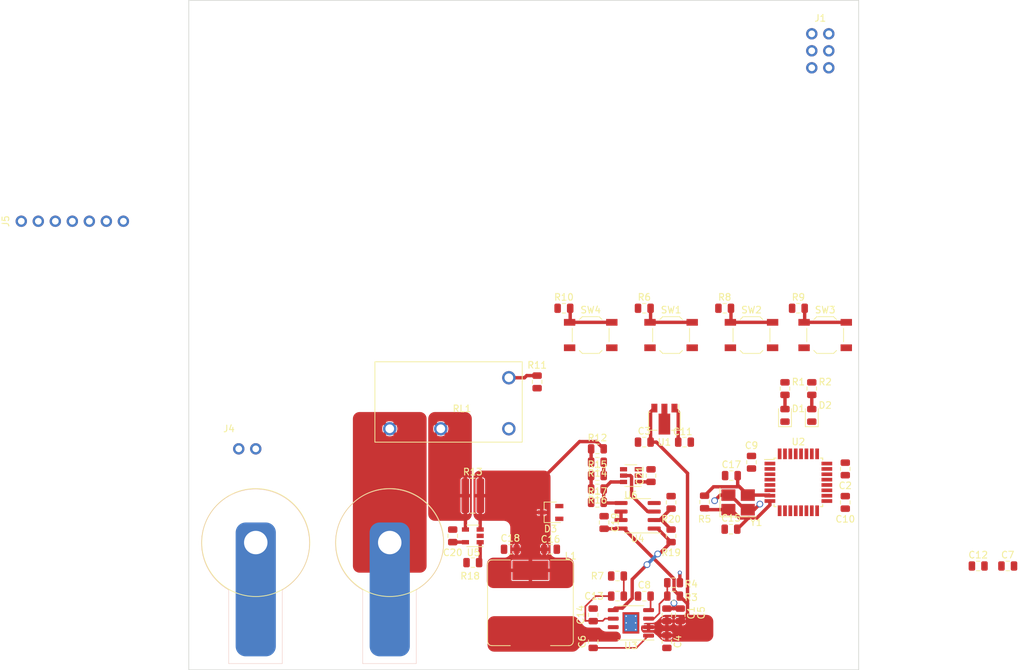
<source format=kicad_pcb>
(kicad_pcb (version 20200724) (host pcbnew "(5.99.0-2441-g41b7c7c43)")
  (layers (0 "F.Cu" signal) (31 "B.Cu" signal) (34 "B.Paste" user) (35 "F.Paste" user) (36 "B.SilkS" user) (37 "F.SilkS" user) (38 "B.Mask" user) (39 "F.Mask" user) (44 "Edge.Cuts" user))
  (net 0 "")
  (net 1 "+VSW")
  (net 2 "GND")
  (net 3 "Net-(C2-Pad2)")
  (net 4 "Net-(C6-Pad2)")
  (net 5 "Net-(C6-Pad1)")
  (net 6 "+5V")
  (net 7 "Net-(C8-Pad2)")
  (net 8 "Net-(C13-Pad2)")
  (net 9 "Net-(C13-Pad1)")
  (net 10 "Net-(C15-Pad2)")
  (net 11 "Net-(C16-Pad2)")
  (net 12 "Net-(C17-Pad2)")
  (net 13 "Net-(D1-Pad2)")
  (net 14 "Net-(D1-Pad1)")
  (net 15 "Net-(D2-Pad2)")
  (net 16 "Net-(D2-Pad1)")
  (net 17 "/RST")
  (net 18 "/MOSI")
  (net 19 "/SCK")
  (net 20 "/MISO")
  (net 21 "VDC")
  (net 22 "Net-(R3-Pad1)")
  (net 23 "Net-(R6-Pad2)")
  (net 24 "Net-(R8-Pad2)")
  (net 25 "Net-(R9-Pad2)")
  (net 26 "Net-(R10-Pad2)")
  (net 27 "/~RLY_CNTRL")
  (net 28 "Net-(R12-Pad1)")
  (net 29 "Net-(R13-Pad1)")
  (net 30 "Net-(R14-Pad1)")
  (net 31 "Net-(R15-Pad1)")
  (net 32 "Net-(R16-Pad1)")
  (net 33 "/I_SENSE")
  (net 34 "Net-(R19-Pad2)")
  (net 35 "/V_FB")
  (net 36 "/~POT_CS")
  (net 37 "/POT_U~D")
  (net 38 "/SCL0")
  (net 39 "/SDA0")
  (net 40 "Net-(U2-Pad26)")
  (net 41 "Net-(U2-Pad25)")
  (net 42 "/V_SENSE")
  (net 43 "/~SS")
  (net 44 "Net-(U2-Pad13)")
  (net 45 "Net-(U2-Pad12)")
  (net 46 "Net-(U2-Pad11)")
  (net 47 "/SCL1")
  (net 48 "/SDA1")
  (net 49 "Net-(U4-Pad3)")
  (net 50 "/D_CS")
  (net 51 "/D_DAT")
  (net 52 "/D_RST")
  (module "relay_ALQ305:ALQ305" (layer "F.Cu") (at 59.78 76 180)
    (fp_text reference "RL1" (at 7 3 unlocked) (layer "F.SilkS"))
    (fp_text value "ALQ305")
    (pad "1" thru_hole circle (at 0 0 180) (size 2 2) (drill 1.3) (layers *.Cu *.Mask) (net 6 "+5V"))
    (pad "2" thru_hole circle (at 0 7.62 180) (size 2 2) (drill 1.3) (layers *.Cu *.Mask) (net 27 "/~RLY_CNTRL"))
    (pad "3" thru_hole circle (at 10.16 0 180) (size 2 2) (drill 1.3) (layers *.Cu *.Mask) (net 29 "Net-(R13-Pad1)"))
    (pad "4" thru_hole circle (at 17.78 0 180) (size 2 2) (drill 1.3) (layers *.Cu *.Mask) (net 21 "VDC"))
  )
  (module "Capacitor_SMD:C_0805_2012Metric" (layer "F.Cu") (at 134.25 96.5)
    (fp_text reference "C7" (at 0 -1.65) (layer "F.SilkS"))
    (fp_text value "100nF")
    (pad "1" smd roundrect (at -0.9375 0) (size 0.975 1.4) (layers "F.Cu" "F.Paste" "F.Mask") (net 2 "GND"))
    (pad "2" smd roundrect (at 0.9375 0) (size 0.975 1.4) (layers "F.Cu" "F.Paste" "F.Mask") (net 6 "+5V"))
  )
  (module "Custom_Vertical_1x_2.54mm_Pin_Header:PinHeader_1x02_P2.54mm_Vertical" (layer "F.Cu") (at 22 79 -90)
    (fp_text reference "J4" (at -3 4 180) (layer "F.SilkS"))
    (fp_text value "Conn_01x02")
    (pad "1" thru_hole oval (at 0 0 270) (size 1.7 1.7) (drill 1) (layers *.Cu *.Mask) (net 21 "VDC"))
    (pad "2" thru_hole oval (at 0 2.54 270) (size 1.7 1.7) (drill 1) (layers *.Cu *.Mask) (net 2 "GND"))
  )
  (module "Resistor_SMD:R_0805_2012Metric" (layer "F.Cu") (at 84 87 -90)
    (fp_text reference "R20" (at 2.5 0 180) (layer "F.SilkS"))
    (fp_text value "10K")
    (pad "1" smd roundrect (at -0.9375 0 270) (size 0.975 1.4) (layers "F.Cu" "F.Paste" "F.Mask") (net 2 "GND"))
    (pad "2" smd roundrect (at 0.9375 0 270) (size 0.975 1.4) (layers "F.Cu" "F.Paste" "F.Mask") (net 34 "Net-(R19-Pad2)"))
  )
  (module "Capacitor_SMD:C_0805_2012Metric" (layer "F.Cu") (at 80 78)
    (fp_text reference "C3" (at 0 -1.65) (layer "F.SilkS"))
    (fp_text value "100nF")
    (pad "1" smd roundrect (at -0.9375 0) (size 0.975 1.4) (layers "F.Cu" "F.Paste" "F.Mask") (net 2 "GND"))
    (pad "2" smd roundrect (at 0.9375 0) (size 0.975 1.4) (layers "F.Cu" "F.Paste" "F.Mask") (net 1 "+VSW"))
  )
  (module "Capacitor_SMD:C_0805_2012Metric" (layer "F.Cu") (at 80 101)
    (fp_text reference "C8" (at 0 -1.65) (layer "F.SilkS"))
    (fp_text value "10nF")
    (pad "1" smd roundrect (at -0.9375 0) (size 0.975 1.4) (layers "F.Cu" "F.Paste" "F.Mask") (net 2 "GND"))
    (pad "2" smd roundrect (at 0.9375 0) (size 0.975 1.4) (layers "F.Cu" "F.Paste" "F.Mask") (net 7 "Net-(C8-Pad2)"))
  )
  (module "Resistor_SMD:R_0805_2012Metric" (layer "F.Cu") (at 84.37 99 180)
    (fp_text reference "R4" (at -2.63 -0.2) (layer "F.SilkS"))
    (fp_text value "130K")
    (pad "1" smd roundrect (at -0.9375 0 180) (size 0.975 1.4) (layers "F.Cu" "F.Paste" "F.Mask") (net 2 "GND"))
    (pad "2" smd roundrect (at 0.9375 0 180) (size 0.975 1.4) (layers "F.Cu" "F.Paste" "F.Mask") (net 22 "Net-(R3-Pad1)"))
  )
  (module "Capacitor_SMD:C_0805_2012Metric" (layer "F.Cu") (at 110 82 -90)
    (fp_text reference "C2" (at 2.5 0 180) (layer "F.SilkS"))
    (fp_text value "100nF")
    (pad "1" smd roundrect (at -0.9375 0 270) (size 0.975 1.4) (layers "F.Cu" "F.Paste" "F.Mask") (net 2 "GND"))
    (pad "2" smd roundrect (at 0.9375 0 270) (size 0.975 1.4) (layers "F.Cu" "F.Paste" "F.Mask") (net 3 "Net-(C2-Pad2)"))
  )
  (module "Capacitor_SMD:C_0805_2012Metric" (layer "F.Cu") (at 72.37 107.8 90)
    (fp_text reference "C6" (at 0 -1.65 90) (layer "F.SilkS"))
    (fp_text value "100nF")
    (pad "1" smd roundrect (at -0.9375 0 90) (size 0.975 1.4) (layers "F.Cu" "F.Paste" "F.Mask") (net 5 "Net-(C6-Pad1)"))
    (pad "2" smd roundrect (at 0.9375 0 90) (size 0.975 1.4) (layers "F.Cu" "F.Paste" "F.Mask") (net 4 "Net-(C6-Pad2)"))
  )
  (module "Custom_Vertical_1x_2.54mm_Pin_Header:PinHeader_1x07_P2.54mm_Vertical" (layer "F.Cu") (at -13 45 90)
    (fp_text reference "J5" (at 0 -2.33 90) (layer "F.SilkS"))
    (fp_text value "Conn_01x07")
    (pad "1" thru_hole oval (at 0 0 90) (size 1.7 1.7) (drill 1) (layers *.Cu *.Mask) (net 2 "GND"))
    (pad "2" thru_hole oval (at 0 2.54 90) (size 1.7 1.7) (drill 1) (layers *.Cu *.Mask) (net 6 "+5V"))
    (pad "3" thru_hole oval (at 0 5.08 90) (size 1.7 1.7) (drill 1) (layers *.Cu *.Mask) (net 19 "/SCK"))
    (pad "4" thru_hole oval (at 0 7.62 90) (size 1.7 1.7) (drill 1) (layers *.Cu *.Mask) (net 18 "/MOSI"))
    (pad "5" thru_hole oval (at 0 10.16 90) (size 1.7 1.7) (drill 1) (layers *.Cu *.Mask) (net 52 "/D_RST"))
    (pad "6" thru_hole oval (at 0 12.7 90) (size 1.7 1.7) (drill 1) (layers *.Cu *.Mask) (net 51 "/D_DAT"))
    (pad "7" thru_hole oval (at 0 15.24 90) (size 1.7 1.7) (drill 1) (layers *.Cu *.Mask) (net 50 "/D_CS"))
  )
  (module "Resistor_SMD:R_0805_2012Metric" (layer "F.Cu") (at 73 85 180)
    (fp_text reference "R16" (at 0 -1.65) (layer "F.SilkS"))
    (fp_text value "10K")
    (pad "1" smd roundrect (at -0.9375 0 180) (size 0.975 1.4) (layers "F.Cu" "F.Paste" "F.Mask") (net 32 "Net-(R16-Pad1)"))
    (pad "2" smd roundrect (at 0.9375 0 180) (size 0.975 1.4) (layers "F.Cu" "F.Paste" "F.Mask") (net 31 "Net-(R15-Pad1)"))
  )
  (module "Capacitor_SMD:C_0805_2012Metric" (layer "F.Cu") (at 60 94)
    (fp_text reference "C18" (at 0 -1.65) (layer "F.SilkS"))
    (fp_text value "4.7µF")
    (pad "1" smd roundrect (at -0.9375 0) (size 0.975 1.4) (layers "F.Cu" "F.Paste" "F.Mask") (net 2 "GND"))
    (pad "2" smd roundrect (at 0.9375 0) (size 0.975 1.4) (layers "F.Cu" "F.Paste" "F.Mask") (net 11 "Net-(C16-Pad2)"))
  )
  (module "Crystal:Crystal_SMD_SeikoEpson_TSX3225-4Pin_3.2x2.5mm_HandSoldering" (layer "F.Cu") (at 94 87)
    (fp_text reference "Y1" (at 2.7 3) (layer "F.SilkS"))
    (fp_text value "16MHz")
    (pad "1" smd rect (at -1.45 1.0875) (size 2.1 1.725) (layers "F.Cu" "F.Paste" "F.Mask") (net 10 "Net-(C15-Pad2)"))
    (pad "2" smd rect (at 1.45 1.0875) (size 2.1 1.725) (layers "F.Cu" "F.Paste" "F.Mask") (net 2 "GND"))
    (pad "3" smd rect (at 1.45 -1.0875) (size 2.1 1.725) (layers "F.Cu" "F.Paste" "F.Mask") (net 12 "Net-(C17-Pad2)"))
    (pad "4" smd rect (at -1.45 -1.0875) (size 2.1 1.725) (layers "F.Cu" "F.Paste" "F.Mask") (net 2 "GND"))
  )
  (module "Package_SO:SOIC-8_3.9x4.9mm_P1.27mm" (layer "F.Cu") (at 79 89 180)
    (fp_text reference "U4" (at 0 -3.4) (layer "F.SilkS"))
    (fp_text value "LM358")
    (pad "1" smd roundrect (at -2.475 -1.905 180) (size 1.95 0.6) (layers "F.Cu" "F.Paste" "F.Mask") (net 35 "/V_FB"))
    (pad "2" smd roundrect (at -2.475 -0.635 180) (size 1.95 0.6) (layers "F.Cu" "F.Paste" "F.Mask") (net 34 "Net-(R19-Pad2)"))
    (pad "3" smd roundrect (at -2.475 0.635 180) (size 1.95 0.6) (layers "F.Cu" "F.Paste" "F.Mask") (net 49 "Net-(U4-Pad3)"))
    (pad "4" smd roundrect (at -2.475 1.905 180) (size 1.95 0.6) (layers "F.Cu" "F.Paste" "F.Mask") (net 2 "GND"))
    (pad "5" smd roundrect (at 2.475 1.905 180) (size 1.95 0.6) (layers "F.Cu" "F.Paste" "F.Mask") (net 32 "Net-(R16-Pad1)"))
    (pad "6" smd roundrect (at 2.475 0.635 180) (size 1.95 0.6) (layers "F.Cu" "F.Paste" "F.Mask") (net 42 "/V_SENSE"))
    (pad "7" smd roundrect (at 2.475 -0.635 180) (size 1.95 0.6) (layers "F.Cu" "F.Paste" "F.Mask") (net 42 "/V_SENSE"))
    (pad "8" smd roundrect (at 2.475 -1.905 180) (size 1.95 0.6) (layers "F.Cu" "F.Paste" "F.Mask") (net 1 "+VSW"))
  )
  (module "Resistor_SMD:R_0805_2012Metric" (layer "F.Cu") (at 64 69 90)
    (fp_text reference "R11" (at 2.5 0 180) (layer "F.SilkS"))
    (fp_text value "10K")
    (pad "1" smd roundrect (at -0.9375 0 90) (size 0.975 1.4) (layers "F.Cu" "F.Paste" "F.Mask") (net 6 "+5V"))
    (pad "2" smd roundrect (at 0.9375 0 90) (size 0.975 1.4) (layers "F.Cu" "F.Paste" "F.Mask") (net 27 "/~RLY_CNTRL"))
  )
  (module "Capacitor_SMD:C_0805_2012Metric" (layer "F.Cu") (at 92.9375 91)
    (fp_text reference "C15" (at 0 -1.65) (layer "F.SilkS"))
    (fp_text value "22pF")
    (pad "1" smd roundrect (at -0.9375 0) (size 0.975 1.4) (layers "F.Cu" "F.Paste" "F.Mask") (net 2 "GND"))
    (pad "2" smd roundrect (at 0.9375 0) (size 0.975 1.4) (layers "F.Cu" "F.Paste" "F.Mask") (net 10 "Net-(C15-Pad2)"))
  )
  (module "Package_QFP:TQFP-32_7x7mm_P0.8mm" (layer "F.Cu") (at 103 84)
    (fp_text reference "U2" (at 0 -6.05) (layer "F.SilkS"))
    (fp_text value "ATmega328PB-AU")
    (pad "1" smd rect (at -4.25 -2.8) (size 1.6 0.55) (layers "F.Cu" "F.Paste" "F.Mask") (net 23 "Net-(R6-Pad2)"))
    (pad "2" smd rect (at -4.25 -2) (size 1.6 0.55) (layers "F.Cu" "F.Paste" "F.Mask") (net 24 "Net-(R8-Pad2)"))
    (pad "3" smd rect (at -4.25 -1.2) (size 1.6 0.55) (layers "F.Cu" "F.Paste" "F.Mask") (net 48 "/SDA1"))
    (pad "4" smd rect (at -4.25 -0.4) (size 1.6 0.55) (layers "F.Cu" "F.Paste" "F.Mask") (net 6 "+5V"))
    (pad "5" smd rect (at -4.25 0.4) (size 1.6 0.55) (layers "F.Cu" "F.Paste" "F.Mask") (net 2 "GND"))
    (pad "6" smd rect (at -4.25 1.2) (size 1.6 0.55) (layers "F.Cu" "F.Paste" "F.Mask") (net 47 "/SCL1"))
    (pad "7" smd rect (at -4.25 2) (size 1.6 0.55) (layers "F.Cu" "F.Paste" "F.Mask") (net 12 "Net-(C17-Pad2)"))
    (pad "8" smd rect (at -4.25 2.8) (size 1.6 0.55) (layers "F.Cu" "F.Paste" "F.Mask") (net 10 "Net-(C15-Pad2)"))
    (pad "9" smd rect (at -2.8 4.25 90) (size 1.6 0.55) (layers "F.Cu" "F.Paste" "F.Mask") (net 25 "Net-(R9-Pad2)"))
    (pad "10" smd rect (at -2 4.25 90) (size 1.6 0.55) (layers "F.Cu" "F.Paste" "F.Mask") (net 26 "Net-(R10-Pad2)"))
    (pad "11" smd rect (at -1.2 4.25 90) (size 1.6 0.55) (layers "F.Cu" "F.Paste" "F.Mask") (net 46 "Net-(U2-Pad11)"))
    (pad "12" smd rect (at -0.4 4.25 90) (size 1.6 0.55) (layers "F.Cu" "F.Paste" "F.Mask") (net 45 "Net-(U2-Pad12)"))
    (pad "13" smd rect (at 0.4 4.25 90) (size 1.6 0.55) (layers "F.Cu" "F.Paste" "F.Mask") (net 44 "Net-(U2-Pad13)"))
    (pad "14" smd rect (at 1.2 4.25 90) (size 1.6 0.55) (layers "F.Cu" "F.Paste" "F.Mask") (net 43 "/~SS"))
    (pad "15" smd rect (at 2 4.25 90) (size 1.6 0.55) (layers "F.Cu" "F.Paste" "F.Mask") (net 18 "/MOSI"))
    (pad "16" smd rect (at 2.8 4.25 90) (size 1.6 0.55) (layers "F.Cu" "F.Paste" "F.Mask") (net 20 "/MISO"))
    (pad "17" smd rect (at 4.25 2.8) (size 1.6 0.55) (layers "F.Cu" "F.Paste" "F.Mask") (net 19 "/SCK"))
    (pad "18" smd rect (at 4.25 2) (size 1.6 0.55) (layers "F.Cu" "F.Paste" "F.Mask") (net 6 "+5V"))
    (pad "19" smd rect (at 4.25 1.2) (size 1.6 0.55) (layers "F.Cu" "F.Paste" "F.Mask") (net 16 "Net-(D2-Pad1)"))
    (pad "20" smd rect (at 4.25 0.4) (size 1.6 0.55) (layers "F.Cu" "F.Paste" "F.Mask") (net 3 "Net-(C2-Pad2)"))
    (pad "21" smd rect (at 4.25 -0.4) (size 1.6 0.55) (layers "F.Cu" "F.Paste" "F.Mask") (net 2 "GND"))
    (pad "22" smd rect (at 4.25 -1.2) (size 1.6 0.55) (layers "F.Cu" "F.Paste" "F.Mask") (net 14 "Net-(D1-Pad1)"))
    (pad "23" smd rect (at 4.25 -2) (size 1.6 0.55) (layers "F.Cu" "F.Paste" "F.Mask") (net 42 "/V_SENSE"))
    (pad "24" smd rect (at 4.25 -2.8) (size 1.6 0.55) (layers "F.Cu" "F.Paste" "F.Mask") (net 33 "/I_SENSE"))
    (pad "25" smd rect (at 2.8 -4.25 90) (size 1.6 0.55) (layers "F.Cu" "F.Paste" "F.Mask") (net 41 "Net-(U2-Pad25)"))
    (pad "26" smd rect (at 2 -4.25 90) (size 1.6 0.55) (layers "F.Cu" "F.Paste" "F.Mask") (net 40 "Net-(U2-Pad26)"))
    (pad "27" smd rect (at 1.2 -4.25 90) (size 1.6 0.55) (layers "F.Cu" "F.Paste" "F.Mask") (net 39 "/SDA0"))
    (pad "28" smd rect (at 0.4 -4.25 90) (size 1.6 0.55) (layers "F.Cu" "F.Paste" "F.Mask") (net 38 "/SCL0"))
    (pad "29" smd rect (at -0.4 -4.25 90) (size 1.6 0.55) (layers "F.Cu" "F.Paste" "F.Mask") (net 17 "/RST"))
    (pad "30" smd rect (at -1.2 -4.25 90) (size 1.6 0.55) (layers "F.Cu" "F.Paste" "F.Mask") (net 27 "/~RLY_CNTRL"))
    (pad "31" smd rect (at -2 -4.25 90) (size 1.6 0.55) (layers "F.Cu" "F.Paste" "F.Mask") (net 37 "/POT_U~D"))
    (pad "32" smd rect (at -2.8 -4.25 90) (size 1.6 0.55) (layers "F.Cu" "F.Paste" "F.Mask") (net 36 "/~POT_CS"))
  )
  (module "Capacitor_SMD:C_0805_2012Metric" (layer "F.Cu") (at 110 87 90)
    (fp_text reference "C10" (at -2.5 0 180) (layer "F.SilkS"))
    (fp_text value "100nF")
    (pad "1" smd roundrect (at -0.9375 0 90) (size 0.975 1.4) (layers "F.Cu" "F.Paste" "F.Mask") (net 2 "GND"))
    (pad "2" smd roundrect (at 0.9375 0 90) (size 0.975 1.4) (layers "F.Cu" "F.Paste" "F.Mask") (net 6 "+5V"))
  )
  (module "Capacitor_SMD:C_0805_2012Metric" (layer "F.Cu") (at 83.37 107.8 90)
    (fp_text reference "C4" (at 0 1.63 90) (layer "F.SilkS"))
    (fp_text value "4.7µF")
    (pad "1" smd roundrect (at -0.9375 0 90) (size 0.975 1.4) (layers "F.Cu" "F.Paste" "F.Mask") (net 2 "GND"))
    (pad "2" smd roundrect (at 0.9375 0 90) (size 0.975 1.4) (layers "F.Cu" "F.Paste" "F.Mask") (net 1 "+VSW"))
  )
  (module "Button_Switch_SMD:SW_SPST_TL3342" (layer "F.Cu") (at 96 62)
    (fp_text reference "SW2" (at 0 -3.75) (layer "F.SilkS"))
    (fp_text value "DW")
    (pad "1" smd rect (at 3.15 -1.9) (size 1.7 1) (layers "F.Cu" "F.Paste" "F.Mask") (net 24 "Net-(R8-Pad2)"))
    (pad "1" smd rect (at -3.15 -1.9) (size 1.7 1) (layers "F.Cu" "F.Paste" "F.Mask") (net 24 "Net-(R8-Pad2)"))
    (pad "2" smd rect (at 3.15 1.9) (size 1.7 1) (layers "F.Cu" "F.Paste" "F.Mask") (net 2 "GND"))
    (pad "2" smd rect (at -3.15 1.9) (size 1.7 1) (layers "F.Cu" "F.Paste" "F.Mask") (net 2 "GND"))
  )
  (module "Resistor_SMD:R_0805_2012Metric" (layer "F.Cu") (at 84.37 101)
    (fp_text reference "R3" (at 2.63 0.2) (layer "F.SilkS"))
    (fp_text value "665K")
    (pad "1" smd roundrect (at -0.9375 0) (size 0.975 1.4) (layers "F.Cu" "F.Paste" "F.Mask") (net 22 "Net-(R3-Pad1)"))
    (pad "2" smd roundrect (at 0.9375 0) (size 0.975 1.4) (layers "F.Cu" "F.Paste" "F.Mask") (net 1 "+VSW"))
  )
  (module "Resistor_SMD:R_1020_2550Metric" (layer "F.Cu") (at 54.4 86)
    (fp_text reference "R13" (at 0 -3.55) (layer "F.SilkS"))
    (fp_text value "0.01R")
    (pad "1" smd roundrect (at -1.125 0) (size 1.15 5.2) (layers "F.Cu" "F.Paste" "F.Mask") (roundrect_rratio 0.217391) (net 29 "Net-(R13-Pad1)"))
    (pad "2" smd roundrect (at 1.125 0) (size 1.15 5.2) (layers "F.Cu" "F.Paste" "F.Mask") (roundrect_rratio 0.217391) (net 11 "Net-(C16-Pad2)"))
  )
  (module "Resistor_SMD:R_0805_2012Metric" (layer "F.Cu") (at 68 58)
    (fp_text reference "R10" (at 0 -1.65) (layer "F.SilkS"))
    (fp_text value "10K")
    (pad "1" smd roundrect (at -0.9375 0) (size 0.975 1.4) (layers "F.Cu" "F.Paste" "F.Mask") (net 6 "+5V"))
    (pad "2" smd roundrect (at 0.9375 0) (size 0.975 1.4) (layers "F.Cu" "F.Paste" "F.Mask") (net 26 "Net-(R10-Pad2)"))
  )
  (module "Capacitor_SMD:C_0805_2012Metric" (layer "F.Cu") (at 72.37 103.8 -90)
    (fp_text reference "C14" (at 0 1.87 90) (layer "F.SilkS"))
    (fp_text value "22pF")
    (pad "1" smd roundrect (at -0.9375 0 270) (size 0.975 1.4) (layers "F.Cu" "F.Paste" "F.Mask") (net 2 "GND"))
    (pad "2" smd roundrect (at 0.9375 0 270) (size 0.975 1.4) (layers "F.Cu" "F.Paste" "F.Mask") (net 8 "Net-(C13-Pad2)"))
  )
  (module "Capacitor_SMD:C_0805_2012Metric" (layer "F.Cu") (at 83.37 103.8 -90)
    (fp_text reference "C1" (at -0.3 -3.63 90) (layer "F.SilkS"))
    (fp_text value "10nF")
    (pad "1" smd roundrect (at -0.9375 0 270) (size 0.975 1.4) (layers "F.Cu" "F.Paste" "F.Mask") (net 2 "GND"))
    (pad "2" smd roundrect (at 0.9375 0 270) (size 0.975 1.4) (layers "F.Cu" "F.Paste" "F.Mask") (net 1 "+VSW"))
  )
  (module "Resistor_SMD:R_0805_2012Metric" (layer "F.Cu") (at 105 70 90)
    (fp_text reference "R2" (at 1 2 180) (layer "F.SilkS"))
    (fp_text value "330R")
    (pad "1" smd roundrect (at -0.9375 0 90) (size 0.975 1.4) (layers "F.Cu" "F.Paste" "F.Mask") (net 15 "Net-(D2-Pad2)"))
    (pad "2" smd roundrect (at 0.9375 0 90) (size 0.975 1.4) (layers "F.Cu" "F.Paste" "F.Mask") (net 6 "+5V"))
  )
  (module "Capacitor_SMD:C_0805_2012Metric" (layer "F.Cu") (at 51.4 92 90)
    (fp_text reference "C20" (at -2.5 0 180) (layer "F.SilkS"))
    (fp_text value "C_Small")
    (pad "1" smd roundrect (at -0.9375 0 90) (size 0.975 1.4) (layers "F.Cu" "F.Paste" "F.Mask") (net 6 "+5V"))
    (pad "2" smd roundrect (at 0.9375 0 90) (size 0.975 1.4) (layers "F.Cu" "F.Paste" "F.Mask") (net 2 "GND"))
  )
  (module "Resistor_SMD:R_0805_2012Metric" (layer "F.Cu") (at 80 58)
    (fp_text reference "R6" (at 0 -1.65) (layer "F.SilkS"))
    (fp_text value "10K")
    (pad "1" smd roundrect (at -0.9375 0) (size 0.975 1.4) (layers "F.Cu" "F.Paste" "F.Mask") (net 6 "+5V"))
    (pad "2" smd roundrect (at 0.9375 0) (size 0.975 1.4) (layers "F.Cu" "F.Paste" "F.Mask") (net 23 "Net-(R6-Pad2)"))
  )
  (module "Button_Switch_SMD:SW_SPST_TL3342" (layer "F.Cu") (at 84 62)
    (fp_text reference "SW1" (at 0 -3.75) (layer "F.SilkS"))
    (fp_text value "UP")
    (pad "1" smd rect (at 3.15 -1.9) (size 1.7 1) (layers "F.Cu" "F.Paste" "F.Mask") (net 23 "Net-(R6-Pad2)"))
    (pad "1" smd rect (at -3.15 -1.9) (size 1.7 1) (layers "F.Cu" "F.Paste" "F.Mask") (net 23 "Net-(R6-Pad2)"))
    (pad "2" smd rect (at 3.15 1.9) (size 1.7 1) (layers "F.Cu" "F.Paste" "F.Mask") (net 2 "GND"))
    (pad "2" smd rect (at -3.15 1.9) (size 1.7 1) (layers "F.Cu" "F.Paste" "F.Mask") (net 2 "GND"))
  )
  (module "Resistor_SMD:R_0805_2012Metric" (layer "F.Cu") (at 54.4 96)
    (fp_text reference "R18" (at -0.4 2) (layer "F.SilkS"))
    (fp_text value "500K")
    (pad "1" smd roundrect (at -0.9375 0) (size 0.975 1.4) (layers "F.Cu" "F.Paste" "F.Mask") (net 2 "GND"))
    (pad "2" smd roundrect (at 0.9375 0) (size 0.975 1.4) (layers "F.Cu" "F.Paste" "F.Mask") (net 33 "/I_SENSE"))
  )
  (module "Binding_Post:Binding_Post" (layer "F.Cu") (at 22 93)
    (fp_text reference "J3" hide)
    (fp_text value "Conn_01x01" hide)
    (pad "1" smd roundrect (at 0 7) (size 6 20) (layers "B.Cu" "B.Paste" "B.Mask") (chamfer_ratio 0.2) (chamfer) (net 2 "GND"))
    (pad "1" thru_hole circle (at 0 0) (size 5 5) (drill 3.5) (layers *.Cu *.Mask) (net 2 "GND"))
  )
  (module "Resistor_SMD:R_0805_2012Metric" (layer "F.Cu") (at 92 58)
    (fp_text reference "R8" (at 0 -1.65) (layer "F.SilkS"))
    (fp_text value "10K")
    (pad "1" smd roundrect (at -0.9375 0) (size 0.975 1.4) (layers "F.Cu" "F.Paste" "F.Mask") (net 6 "+5V"))
    (pad "2" smd roundrect (at 0.9375 0) (size 0.975 1.4) (layers "F.Cu" "F.Paste" "F.Mask") (net 24 "Net-(R8-Pad2)"))
  )
  (module "Resistor_SMD:R_0805_2012Metric" (layer "F.Cu") (at 89 86.9375 90)
    (fp_text reference "R5" (at -2.5625 0 180) (layer "F.SilkS"))
    (fp_text value "1M")
    (pad "1" smd roundrect (at -0.9375 0 90) (size 0.975 1.4) (layers "F.Cu" "F.Paste" "F.Mask") (net 10 "Net-(C15-Pad2)"))
    (pad "2" smd roundrect (at 0.9375 0 90) (size 0.975 1.4) (layers "F.Cu" "F.Paste" "F.Mask") (net 12 "Net-(C17-Pad2)"))
  )
  (module "Button_Switch_SMD:SW_SPST_TL3342" (layer "F.Cu") (at 107 62)
    (fp_text reference "SW3" (at 0 -3.75) (layer "F.SilkS"))
    (fp_text value "V_I_SEL")
    (pad "1" smd rect (at -3.15 -1.9) (size 1.7 1) (layers "F.Cu" "F.Paste" "F.Mask") (net 25 "Net-(R9-Pad2)"))
    (pad "1" smd rect (at 3.15 -1.9) (size 1.7 1) (layers "F.Cu" "F.Paste" "F.Mask") (net 25 "Net-(R9-Pad2)"))
    (pad "2" smd rect (at 3.15 1.9) (size 1.7 1) (layers "F.Cu" "F.Paste" "F.Mask") (net 2 "GND"))
    (pad "2" smd rect (at -3.15 1.9) (size 1.7 1) (layers "F.Cu" "F.Paste" "F.Mask") (net 2 "GND"))
  )
  (module "Resistor_SMD:R_0805_2012Metric" (layer "F.Cu") (at 73 79)
    (fp_text reference "R12" (at 0 -1.65) (layer "F.SilkS"))
    (fp_text value "1K")
    (pad "1" smd roundrect (at -0.9375 0) (size 0.975 1.4) (layers "F.Cu" "F.Paste" "F.Mask") (net 28 "Net-(R12-Pad1)"))
    (pad "2" smd roundrect (at 0.9375 0) (size 0.975 1.4) (layers "F.Cu" "F.Paste" "F.Mask") (net 11 "Net-(C16-Pad2)"))
  )
  (module "Binding_Post:Binding_Post" (layer "F.Cu") (at 42 93)
    (fp_text reference "J2" hide)
    (fp_text value "Conn_01x01" hide)
    (pad "1" smd roundrect (at 0 7) (size 6 20) (layers "B.Cu" "B.Paste" "B.Mask") (chamfer_ratio 0.2) (chamfer) (net 21 "VDC"))
    (pad "1" thru_hole circle (at 0 0) (size 5 5) (drill 3.5) (layers *.Cu *.Mask) (net 21 "VDC"))
  )
  (module "Resistor_SMD:R_0805_2012Metric" (layer "F.Cu") (at 84 92 90)
    (fp_text reference "R19" (at -2.5 0 180) (layer "F.SilkS"))
    (fp_text value "14K")
    (pad "1" smd roundrect (at -0.9375 0 90) (size 0.975 1.4) (layers "F.Cu" "F.Paste" "F.Mask") (net 35 "/V_FB"))
    (pad "2" smd roundrect (at 0.9375 0 90) (size 0.975 1.4) (layers "F.Cu" "F.Paste" "F.Mask") (net 34 "Net-(R19-Pad2)"))
  )
  (module "Inductor_SMD:L_Bourns_SRR1260" (layer "F.Cu") (at 63 102 90)
    (fp_text reference "L1" (at 7 6 180) (layer "F.SilkS"))
    (fp_text value "4.7µH")
    (pad "1" smd rect (at -4.85 0 90) (size 2.9 5.4) (layers "F.Cu" "F.Paste" "F.Mask") (net 4 "Net-(C6-Pad2)"))
    (pad "2" smd rect (at 4.85 0 90) (size 2.9 5.4) (layers "F.Cu" "F.Paste" "F.Mask") (net 11 "Net-(C16-Pad2)"))
  )
  (module "Capacitor_SMD:C_0805_2012Metric" (layer "F.Cu") (at 76 101 180)
    (fp_text reference "C13" (at 3.5 0) (layer "F.SilkS"))
    (fp_text value "2.2nF")
    (pad "1" smd roundrect (at -0.9375 0 180) (size 0.975 1.4) (layers "F.Cu" "F.Paste" "F.Mask") (net 9 "Net-(C13-Pad1)"))
    (pad "2" smd roundrect (at 0.9375 0 180) (size 0.975 1.4) (layers "F.Cu" "F.Paste" "F.Mask") (net 8 "Net-(C13-Pad2)"))
  )
  (module "Custom_Vertical_2x_2.54mm_Pin_Header:PinHeader_2x03_P2.54mm_Vertical" (layer "F.Cu") (at 105 17)
    (fp_text reference "J1" (at 1.27 -2.33) (layer "F.SilkS"))
    (fp_text value "ICSP")
    (pad "1" thru_hole oval (at 0 0) (size 1.7 1.7) (drill 1) (layers *.Cu *.Mask) (net 20 "/MISO"))
    (pad "2" thru_hole oval (at 2.54 0) (size 1.7 1.7) (drill 1) (layers *.Cu *.Mask) (net 6 "+5V"))
    (pad "3" thru_hole oval (at 0 2.54) (size 1.7 1.7) (drill 1) (layers *.Cu *.Mask) (net 19 "/SCK"))
    (pad "4" thru_hole oval (at 2.54 2.54) (size 1.7 1.7) (drill 1) (layers *.Cu *.Mask) (net 18 "/MOSI"))
    (pad "5" thru_hole oval (at 0 5.08) (size 1.7 1.7) (drill 1) (layers *.Cu *.Mask) (net 17 "/RST"))
    (pad "6" thru_hole oval (at 2.54 5.08) (size 1.7 1.7) (drill 1) (layers *.Cu *.Mask) (net 2 "GND"))
  )
  (module "Resistor_SMD:R_0805_2012Metric" (layer "F.Cu") (at 101 70 90)
    (fp_text reference "R1" (at 1 2 180) (layer "F.SilkS"))
    (fp_text value "330R")
    (pad "1" smd roundrect (at -0.9375 0 90) (size 0.975 1.4) (layers "F.Cu" "F.Paste" "F.Mask") (net 13 "Net-(D1-Pad2)"))
    (pad "2" smd roundrect (at 0.9375 0 90) (size 0.975 1.4) (layers "F.Cu" "F.Paste" "F.Mask") (net 6 "+5V"))
  )
  (module "Capacitor_SMD:C_0805_2012Metric" (layer "F.Cu") (at 129.84 96.5)
    (fp_text reference "C12" (at 0 -1.65) (layer "F.SilkS"))
    (fp_text value "100nF")
    (pad "1" smd roundrect (at -0.9375 0) (size 0.975 1.4) (layers "F.Cu" "F.Paste" "F.Mask") (net 2 "GND"))
    (pad "2" smd roundrect (at 0.9375 0) (size 0.975 1.4) (layers "F.Cu" "F.Paste" "F.Mask") (net 6 "+5V"))
  )
  (module "Button_Switch_SMD:SW_SPST_TL3342" (layer "F.Cu") (at 72 62)
    (fp_text reference "SW4" (at 0 -3.75) (layer "F.SilkS"))
    (fp_text value "O_EN")
    (pad "1" smd rect (at -3.15 -1.9) (size 1.7 1) (layers "F.Cu" "F.Paste" "F.Mask") (net 26 "Net-(R10-Pad2)"))
    (pad "1" smd rect (at 3.15 -1.9) (size 1.7 1) (layers "F.Cu" "F.Paste" "F.Mask") (net 26 "Net-(R10-Pad2)"))
    (pad "2" smd rect (at -3.15 1.9) (size 1.7 1) (layers "F.Cu" "F.Paste" "F.Mask") (net 2 "GND"))
    (pad "2" smd rect (at 3.15 1.9) (size 1.7 1) (layers "F.Cu" "F.Paste" "F.Mask") (net 2 "GND"))
  )
  (module "LED_SMD:LED_0805_2012Metric" (layer "F.Cu") (at 101 74 90)
    (fp_text reference "D1" (at 1 2 180) (layer "F.SilkS"))
    (fp_text value "CC_LED")
    (pad "1" smd roundrect (at -0.9375 0 90) (size 0.975 1.4) (layers "F.Cu" "F.Paste" "F.Mask") (net 14 "Net-(D1-Pad1)"))
    (pad "2" smd roundrect (at 0.9375 0 90) (size 0.975 1.4) (layers "F.Cu" "F.Paste" "F.Mask") (net 13 "Net-(D1-Pad2)"))
  )
  (module "Resistor_SMD:R_0805_2012Metric" (layer "F.Cu") (at 73 83)
    (fp_text reference "R15" (at 0 -1.65) (layer "F.SilkS"))
    (fp_text value "1.5K")
    (pad "1" smd roundrect (at -0.9375 0) (size 0.975 1.4) (layers "F.Cu" "F.Paste" "F.Mask") (net 31 "Net-(R15-Pad1)"))
    (pad "2" smd roundrect (at 0.9375 0) (size 0.975 1.4) (layers "F.Cu" "F.Paste" "F.Mask") (net 30 "Net-(R14-Pad1)"))
  )
  (module "Capacitor_SMD:C_0805_2012Metric" (layer "F.Cu") (at 85.37 103.8 -90)
    (fp_text reference "C5" (at -0.3 -3.13 90) (layer "F.SilkS"))
    (fp_text value "4.7µF")
    (pad "1" smd roundrect (at -0.9375 0 270) (size 0.975 1.4) (layers "F.Cu" "F.Paste" "F.Mask") (net 2 "GND"))
    (pad "2" smd roundrect (at 0.9375 0 270) (size 0.975 1.4) (layers "F.Cu" "F.Paste" "F.Mask") (net 1 "+VSW"))
  )
  (module "Package_TO_SOT_SMD:SOT-23-6" (layer "F.Cu") (at 78 83 180)
    (fp_text reference "U6" (at 0 -2.9) (layer "F.SilkS"))
    (fp_text value "MCP4023-103ECH")
    (pad "1" smd rect (at -1.1 -0.95 180) (size 1.06 0.65) (layers "F.Cu" "F.Paste" "F.Mask") (net 6 "+5V"))
    (pad "2" smd rect (at -1.1 0 180) (size 1.06 0.65) (layers "F.Cu" "F.Paste" "F.Mask") (net 2 "GND"))
    (pad "3" smd rect (at -1.1 0.95 180) (size 1.06 0.65) (layers "F.Cu" "F.Paste" "F.Mask") (net 37 "/POT_U~D"))
    (pad "4" smd rect (at 1.1 0.95 180) (size 1.06 0.65) (layers "F.Cu" "F.Paste" "F.Mask") (net 36 "/~POT_CS"))
    (pad "5" smd rect (at 1.1 0 180) (size 1.06 0.65) (layers "F.Cu" "F.Paste" "F.Mask") (net 49 "Net-(U4-Pad3)"))
    (pad "6" smd rect (at 1.1 -0.95 180) (size 1.06 0.65) (layers "F.Cu" "F.Paste" "F.Mask") (net 32 "Net-(R16-Pad1)"))
  )
  (module "Package_SO:SOIC-8-1EP_3.9x4.9mm_P1.27mm_EP2.514x3.2mm_ThermalVias" (layer "F.Cu") (at 78 105 180)
    (fp_text reference "U3" (at 0 -3.4) (layer "F.SilkS"))
    (fp_text value "TPS54531DDAR")
    (pad "1" smd roundrect (at -2.6375 -1.905 180) (size 1.625 0.6) (layers "F.Cu" "F.Paste" "F.Mask") (net 5 "Net-(C6-Pad1)"))
    (pad "2" smd roundrect (at -2.6375 -0.635 180) (size 1.625 0.6) (layers "F.Cu" "F.Paste" "F.Mask") (net 1 "+VSW"))
    (pad "3" smd roundrect (at -2.6375 0.635 180) (size 1.625 0.6) (layers "F.Cu" "F.Paste" "F.Mask") (net 22 "Net-(R3-Pad1)"))
    (pad "4" smd roundrect (at -2.6375 1.905 180) (size 1.625 0.6) (layers "F.Cu" "F.Paste" "F.Mask") (net 7 "Net-(C8-Pad2)"))
    (pad "5" smd roundrect (at 2.6375 1.905 180) (size 1.625 0.6) (layers "F.Cu" "F.Paste" "F.Mask") (net 35 "/V_FB"))
    (pad "6" smd roundrect (at 2.6375 0.635 180) (size 1.625 0.6) (layers "F.Cu" "F.Paste" "F.Mask") (net 8 "Net-(C13-Pad2)"))
    (pad "7" smd roundrect (at 2.6375 -0.635 180) (size 1.625 0.6) (layers "F.Cu" "F.Paste" "F.Mask") (net 2 "GND"))
    (pad "8" smd roundrect (at 2.6375 -1.905 180) (size 1.625 0.6) (layers "F.Cu" "F.Paste" "F.Mask") (net 4 "Net-(C6-Pad2)"))
    (pad "9" smd rect (at 0 0 180) (size 1.9 2.5) (layers "B.Cu") (net 2 "GND"))
    (pad "9" smd rect (at 0 0 180) (size 2.514 3.2) (layers "F.Cu" "F.Mask") (net 2 "GND"))
    (pad "9" thru_hole circle (at -0.7 1 180) (size 0.5 0.5) (drill 0.2) (layers *.Cu) (net 2 "GND"))
    (pad "9" thru_hole circle (at 0.7 0 180) (size 0.5 0.5) (drill 0.2) (layers *.Cu) (net 2 "GND"))
    (pad "9" thru_hole circle (at -0.7 -1 180) (size 0.5 0.5) (drill 0.2) (layers *.Cu) (net 2 "GND"))
    (pad "9" thru_hole circle (at 0.7 1 180) (size 0.5 0.5) (drill 0.2) (layers *.Cu) (net 2 "GND"))
    (pad "9" thru_hole circle (at 0.7 -1 180) (size 0.5 0.5) (drill 0.2) (layers *.Cu) (net 2 "GND"))
    (pad "9" thru_hole circle (at -0.7 0 180) (size 0.5 0.5) (drill 0.2) (layers *.Cu) (net 2 "GND"))
  )
  (module "Package_TO_SOT_SMD:SOT-23-5" (layer "F.Cu") (at 54.4 92 180)
    (fp_text reference "U5" (at -0.1 -2.5) (layer "F.SilkS"))
    (fp_text value "INA138")
    (pad "1" smd rect (at -1.1 -0.95 180) (size 1.06 0.65) (layers "F.Cu" "F.Paste" "F.Mask") (net 33 "/I_SENSE"))
    (pad "2" smd rect (at -1.1 0 180) (size 1.06 0.65) (layers "F.Cu" "F.Paste" "F.Mask") (net 2 "GND"))
    (pad "3" smd rect (at -1.1 0.95 180) (size 1.06 0.65) (layers "F.Cu" "F.Paste" "F.Mask") (net 11 "Net-(C16-Pad2)"))
    (pad "4" smd rect (at 1.1 0.95 180) (size 1.06 0.65) (layers "F.Cu" "F.Paste" "F.Mask") (net 29 "Net-(R13-Pad1)"))
    (pad "5" smd rect (at 1.1 -0.95 180) (size 1.06 0.65) (layers "F.Cu" "F.Paste" "F.Mask") (net 6 "+5V"))
  )
  (module "LED_SMD:LED_0805_2012Metric" (layer "F.Cu") (at 105 74 90)
    (fp_text reference "D2" (at 1.5 2 180) (layer "F.SilkS"))
    (fp_text value "OUT_LED")
    (pad "1" smd roundrect (at -0.9375 0 90) (size 0.975 1.4) (layers "F.Cu" "F.Paste" "F.Mask") (net 16 "Net-(D2-Pad1)"))
    (pad "2" smd roundrect (at 0.9375 0 90) (size 0.975 1.4) (layers "F.Cu" "F.Paste" "F.Mask") (net 15 "Net-(D2-Pad2)"))
  )
  (module "Package_TO_SOT_SMD:SOT-89-3" (layer "F.Cu") (at 83 74.5625 -90)
    (fp_text reference "U1" (at 3.4375 0 180) (layer "F.SilkS"))
    (fp_text value "L78L08_SOT89")
    (pad "1" smd rect (at -1.65 -1.5 270) (size 1.3 0.9) (layers "F.Cu" "F.Paste" "F.Mask") (net 6 "+5V"))
    (pad "2" smd custom (at -1.5625 0 270) (size 1.475 0.9) (layers "F.Cu" "F.Paste" "F.Mask") (net 2 "GND") (options (clearance outline) (anchor rect)) (primitives (gr_poly (pts (xy 0.7375 -0.8665) (xy 3.8625 -0.8665) (xy 3.8625 0.8665) (xy 0.7375 0.8665)) (width 0))))
    (pad "3" smd rect (at -1.65 1.5 270) (size 1.3 0.9) (layers "F.Cu" "F.Paste" "F.Mask") (net 1 "+VSW"))
  )
  (module "Capacitor_SMD:C_0805_2012Metric" (layer "F.Cu") (at 81 83 90)
    (fp_text reference "C21" (at 0 -1.65 90) (layer "F.SilkS"))
    (fp_text value "C_Small")
    (pad "1" smd roundrect (at -0.9375 0 90) (size 0.975 1.4) (layers "F.Cu" "F.Paste" "F.Mask") (net 6 "+5V"))
    (pad "2" smd roundrect (at 0.9375 0 90) (size 0.975 1.4) (layers "F.Cu" "F.Paste" "F.Mask") (net 2 "GND"))
  )
  (module "Resistor_SMD:R_0805_2012Metric" (layer "F.Cu") (at 103 58)
    (fp_text reference "R9" (at 0 -1.65) (layer "F.SilkS"))
    (fp_text value "10K")
    (pad "1" smd roundrect (at -0.9375 0) (size 0.975 1.4) (layers "F.Cu" "F.Paste" "F.Mask") (net 6 "+5V"))
    (pad "2" smd roundrect (at 0.9375 0) (size 0.975 1.4) (layers "F.Cu" "F.Paste" "F.Mask") (net 25 "Net-(R9-Pad2)"))
  )
  (module "Capacitor_SMD:C_0805_2012Metric" (layer "F.Cu") (at 66 94 180)
    (fp_text reference "C16" (at 0 1.5) (layer "F.SilkS"))
    (fp_text value "4.7µF")
    (pad "1" smd roundrect (at -0.9375 0 180) (size 0.975 1.4) (layers "F.Cu" "F.Paste" "F.Mask") (net 2 "GND"))
    (pad "2" smd roundrect (at 0.9375 0 180) (size 0.975 1.4) (layers "F.Cu" "F.Paste" "F.Mask") (net 11 "Net-(C16-Pad2)"))
  )
  (module "Capacitor_SMD:C_0805_2012Metric" (layer "F.Cu") (at 74 90 -90)
    (fp_text reference "C19" (at 0 -1.65 90) (layer "F.SilkS"))
    (fp_text value "100nF")
    (pad "1" smd roundrect (at -0.9375 0 270) (size 0.975 1.4) (layers "F.Cu" "F.Paste" "F.Mask") (net 2 "GND"))
    (pad "2" smd roundrect (at 0.9375 0 270) (size 0.975 1.4) (layers "F.Cu" "F.Paste" "F.Mask") (net 1 "+VSW"))
  )
  (module "Resistor_SMD:R_0805_2012Metric" (layer "F.Cu") (at 76 98)
    (fp_text reference "R7" (at -3 0) (layer "F.SilkS"))
    (fp_text value "37.4K")
    (pad "1" smd roundrect (at -0.9375 0) (size 0.975 1.4) (layers "F.Cu" "F.Paste" "F.Mask") (net 2 "GND"))
    (pad "2" smd roundrect (at 0.9375 0) (size 0.975 1.4) (layers "F.Cu" "F.Paste" "F.Mask") (net 9 "Net-(C13-Pad1)"))
  )
  (module "Resistor_SMD:R_0805_2012Metric" (layer "F.Cu") (at 73 81 180)
    (fp_text reference "R14" (at 0 -1.65) (layer "F.SilkS"))
    (fp_text value "1.5K")
    (pad "1" smd roundrect (at -0.9375 0 180) (size 0.975 1.4) (layers "F.Cu" "F.Paste" "F.Mask") (net 30 "Net-(R14-Pad1)"))
    (pad "2" smd roundrect (at 0.9375 0 180) (size 0.975 1.4) (layers "F.Cu" "F.Paste" "F.Mask") (net 28 "Net-(R12-Pad1)"))
  )
  (module "Resistor_SMD:R_0805_2012Metric" (layer "F.Cu") (at 73 87)
    (fp_text reference "R17" (at 0 -1.65) (layer "F.SilkS"))
    (fp_text value "10K")
    (pad "1" smd roundrect (at -0.9375 0) (size 0.975 1.4) (layers "F.Cu" "F.Paste" "F.Mask") (net 2 "GND"))
    (pad "2" smd roundrect (at 0.9375 0) (size 0.975 1.4) (layers "F.Cu" "F.Paste" "F.Mask") (net 32 "Net-(R16-Pad1)"))
  )
  (module "Package_TO_SOT_SMD:TSOT-23" (layer "F.Cu") (at 66 88.5 180)
    (fp_text reference "D3" (at 0 -2.45) (layer "F.SilkS"))
    (fp_text value "BAT1000")
    (pad "1" smd rect (at -1.31 -0.95 180) (size 1.22 0.65) (layers "F.Cu" "F.Paste" "F.Mask") (net 2 "GND"))
    (pad "2" smd rect (at -1.31 0.95 180) (size 1.22 0.65) (layers "F.Cu" "F.Paste" "F.Mask"))
    (pad "3" smd rect (at 1.31 0 180) (size 1.22 0.65) (layers "F.Cu" "F.Paste" "F.Mask") (net 11 "Net-(C16-Pad2)"))
  )
  (module "Capacitor_SMD:C_0805_2012Metric" (layer "F.Cu") (at 93 83)
    (fp_text reference "C17" (at 0 -1.65) (layer "F.SilkS"))
    (fp_text value "22pF")
    (pad "1" smd roundrect (at -0.9375 0) (size 0.975 1.4) (layers "F.Cu" "F.Paste" "F.Mask") (net 2 "GND"))
    (pad "2" smd roundrect (at 0.9375 0) (size 0.975 1.4) (layers "F.Cu" "F.Paste" "F.Mask") (net 12 "Net-(C17-Pad2)"))
  )
  (module "Capacitor_SMD:C_0805_2012Metric" (layer "F.Cu") (at 86 78 180)
    (fp_text reference "C11" (at 0.258578 1.5625) (layer "F.SilkS"))
    (fp_text value "100nF")
    (pad "1" smd roundrect (at -0.9375 0 180) (size 0.975 1.4) (layers "F.Cu" "F.Paste" "F.Mask") (net 2 "GND"))
    (pad "2" smd roundrect (at 0.9375 0 180) (size 0.975 1.4) (layers "F.Cu" "F.Paste" "F.Mask") (net 6 "+5V"))
  )
  (module "Capacitor_SMD:C_0805_2012Metric" (layer "F.Cu") (at 96 81 -90)
    (fp_text reference "C9" (at -2.5 0 180) (layer "F.SilkS"))
    (fp_text value "100nF")
    (pad "1" smd roundrect (at -0.9375 0 270) (size 0.975 1.4) (layers "F.Cu" "F.Paste" "F.Mask") (net 2 "GND"))
    (pad "2" smd roundrect (at 0.9375 0 270) (size 0.975 1.4) (layers "F.Cu" "F.Paste" "F.Mask") (net 6 "+5V"))
  )
  (gr_line (start 112 12) (end 112 112) (layer "Edge.Cuts") (width 0.1))
  (gr_line (start 12 112) (end 12 12) (layer "Edge.Cuts") (width 0.1))
  (gr_line (start 12 12) (end 112 12) (layer "Edge.Cuts") (width 0.1))
  (gr_line (start 112 112) (end 12 112) (layer "Edge.Cuts") (width 0.1))
  (segment (start 86.45101 82.65101) (end 81.8 78) (width 0.508) (layer "F.Cu") (net 1))
  (segment (start 76.957634 90.9375) (end 74 90.9375) (width 0.508) (layer "F.Cu") (net 1))
  (segment (start 85.3075 101) (end 84.43899 100.13149) (width 0.508) (layer "F.Cu") (net 1))
  (segment (start 84.43899 98.418856) (end 76.957634 90.9375) (width 0.508) (layer "F.Cu") (net 1))
  (segment (start 85.37 104.7375) (end 86.45101 103.65649) (width 0.508) (layer "F.Cu") (net 1))
  (segment (start 86.45101 103.65649) (end 86.45101 102.14351) (width 0.508) (layer "F.Cu") (net 1))
  (segment (start 80.9375 78) (end 80.9375 73.475) (width 0.508) (layer "F.Cu") (net 1))
  (segment (start 81.8 78) (end 80.9375 78) (width 0.508) (layer "F.Cu") (net 1))
  (segment (start 86.45101 102.14351) (end 85.3075 101) (width 0.508) (layer "F.Cu") (net 1))
  (segment (start 84.43899 100.13149) (end 84.43899 98.418856) (width 0.508) (layer "F.Cu") (net 1))
  (segment (start 80.9375 73.475) (end 81.5 72.9125) (width 0.508) (layer "F.Cu") (net 1))
  (segment (start 86.45101 102.14351) (end 86.45101 82.65101) (width 0.508) (layer "F.Cu") (net 1))
  (segment (start 95.026698 88.0875) (end 92.851698 85.9125) (width 0.508) (layer "F.Cu") (net 2))
  (segment (start 96.4125 88.0875) (end 97.25 87.25) (width 0.508) (layer "F.Cu") (net 2))
  (segment (start 85.3075 99) (end 85.3075 97.5075) (width 0.508) (layer "F.Cu") (net 2))
  (segment (start 84.3875 102.8625) (end 84.3875 102.093124) (width 0.508) (layer "F.Cu") (net 2))
  (segment (start 92.851698 85.9125) (end 92.55 85.9125) (width 0.508) (layer "F.Cu") (net 2))
  (segment (start 84.3875 102.093124) (end 84.426742 102.053882) (width 0.508) (layer "F.Cu") (net 2))
  (segment (start 95.45 88.0875) (end 96.4125 88.0875) (width 0.508) (layer "F.Cu") (net 2))
  (segment (start 84.3875 102.8625) (end 85.37 102.8625) (width 0.508) (layer "F.Cu") (net 2))
  (segment (start 95.45 88.0875) (end 95.026698 88.0875) (width 0.508) (layer "F.Cu") (net 2))
  (segment (start 83.37 102.8625) (end 84.3875 102.8625) (width 0.508) (layer "F.Cu") (net 2))
  (segment (start 91.3375 85.9125) (end 90.5 86.75) (width 0.508) (layer "F.Cu") (net 2))
  (segment (start 85.3075 97.5075) (end 85.3 97.5) (width 0.508) (layer "F.Cu") (net 2))
  (segment (start 92.55 85.9125) (end 91.3375 85.9125) (width 0.508) (layer "F.Cu") (net 2))
  (via (at 85.3 97.5) (size 0.6) (drill 0.35) (layers "F.Cu" "B.Cu") (net 2))
  (via (at 97.25 87.25) (size 1) (drill 0.7) (layers "F.Cu" "B.Cu") (net 2))
  (via (at 84.426742 102.053882) (size 1) (drill 0.7) (layers "F.Cu" "B.Cu") (net 2))
  (via (at 90.5 86.75) (size 1) (drill 0.7) (layers "F.Cu" "B.Cu") (net 2))
  (segment (start 72.37 108.7375) (end 78.805 108.7375) (width 0.25) (layer "F.Cu") (net 5))
  (segment (start 78.805 108.7375) (end 80.6375 106.905) (width 0.25) (layer "F.Cu") (net 5))
  (segment (start 79.1125 83.9375) (end 79.1 83.95) (width 0.508) (layer "F.Cu") (net 6))
  (segment (start 85.0625 78) (end 85.0625 73.475) (width 0.508) (layer "F.Cu") (net 6))
  (segment (start 51.4 92.9375) (end 53.2875 92.9375) (width 0.508) (layer "F.Cu") (net 6))
  (segment (start 53.2875 92.9375) (end 53.3 92.95) (width 0.508) (layer "F.Cu") (net 6))
  (segment (start 81 83.9375) (end 79.1125 83.9375) (width 0.508) (layer "F.Cu") (net 6))
  (segment (start 85.0625 73.475) (end 84.5 72.9125) (width 0.508) (layer "F.Cu") (net 6))
  (segment (start 80.9375 101) (end 80.9375 102.795) (width 0.25) (layer "F.Cu") (net 7))
  (segment (start 80.9375 102.795) (end 80.6375 103.095) (width 0.25) (layer "F.Cu") (net 7))
  (segment (start 75.3625 104.365) (end 74.135 104.365) (width 0.25) (layer "F.Cu") (net 8))
  (segment (start 71.2 104.7) (end 73.8 104.7) (width 0.25) (layer "F.Cu") (net 8))
  (segment (start 75.0625 101) (end 72.724062 101) (width 0.25) (layer "F.Cu") (net 8))
  (segment (start 71.2 102.524062) (end 71.2 104.7) (width 0.25) (layer "F.Cu") (net 8))
  (segment (start 72.724062 101) (end 71.2 102.524062) (width 0.25) (layer "F.Cu") (net 8))
  (segment (start 74.135 104.365) (end 73.8 104.7) (width 0.25) (layer "F.Cu") (net 8))
  (segment (start 76.9375 98) (end 76.9375 101) (width 0.25) (layer "F.Cu") (net 9))
  (segment (start 93.875 91) (end 95.543999 89.331001) (width 0.508) (layer "F.Cu") (net 10))
  (segment (start 89.2125 88.0875) (end 89 87.875) (width 0.508) (layer "F.Cu") (net 10))
  (segment (start 92.973302 88.0875) (end 94.216803 89.331001) (width 0.508) (layer "F.Cu") (net 10))
  (segment (start 96.804801 89.331001) (end 98.75 87.385802) (width 0.508) (layer "F.Cu") (net 10))
  (segment (start 92.55 88.0875) (end 89.2125 88.0875) (width 0.508) (layer "F.Cu") (net 10))
  (segment (start 95.668999 89.331001) (end 96.804801 89.331001) (width 0.508) (layer "F.Cu") (net 10))
  (segment (start 92.55 88.0875) (end 92.973302 88.0875) (width 0.508) (layer "F.Cu") (net 10))
  (segment (start 95.543999 89.331001) (end 95.668999 89.331001) (width 0.508) (layer "F.Cu") (net 10))
  (segment (start 94.216803 89.331001) (end 95.668999 89.331001) (width 0.508) (layer "F.Cu") (net 10))
  (segment (start 98.75 87.385802) (end 98.75 86.8) (width 0.508) (layer "F.Cu") (net 10))
  (segment (start 65.5 82.75) (end 64.5 83.75) (width 0.508) (layer "F.Cu") (net 11))
  (segment (start 55.5 86.025) (end 55.525 86) (width 0.508) (layer "F.Cu") (net 11))
  (segment (start 73.9375 79) (end 72.85649 77.91899) (width 0.508) (layer "F.Cu") (net 11))
  (segment (start 70.33101 77.91899) (end 65.5 82.75) (width 0.508) (layer "F.Cu") (net 11))
  (segment (start 72.85649 77.91899) (end 70.33101 77.91899) (width 0.508) (layer "F.Cu") (net 11))
  (segment (start 55.5 91.05) (end 55.5 86.025) (width 0.508) (layer "F.Cu") (net 11))
  (segment (start 95.45 85.9125) (end 98.6625 85.9125) (width 0.508) (layer "F.Cu") (net 12))
  (segment (start 90.331001 84.668999) (end 94.206499 84.668999) (width 0.508) (layer "F.Cu") (net 12))
  (segment (start 89 86) (end 90.331001 84.668999) (width 0.508) (layer "F.Cu") (net 12))
  (segment (start 93.9375 84.4) (end 95.45 85.9125) (width 0.508) (layer "F.Cu") (net 12))
  (segment (start 98.6625 85.9125) (end 98.75 86) (width 0.508) (layer "F.Cu") (net 12))
  (segment (start 94.206499 84.668999) (end 95.45 85.9125) (width 0.508) (layer "F.Cu") (net 12))
  (segment (start 93.9375 83) (end 93.9375 84.4) (width 0.508) (layer "F.Cu") (net 12))
  (segment (start 101 70.9375) (end 101 73.0625) (width 0.508) (layer "F.Cu") (net 13))
  (segment (start 105 73.0625) (end 105 70.9375) (width 0.508) (layer "F.Cu") (net 15))
  (segment (start 82.2575 102.175) (end 82.2575 103.5575) (width 0.25) (layer "F.Cu") (net 22))
  (segment (start 82.2575 103.5575) (end 81.45 104.365) (width 0.25) (layer "F.Cu") (net 22))
  (segment (start 82.54499 101.88751) (end 82.2575 102.175) (width 0.25) (layer "F.Cu") (net 22))
  (segment (start 82.54499 101.88751) (end 83.4325 101) (width 0.25) (layer "F.Cu") (net 22))
  (segment (start 83.4325 101) (end 83.4325 99) (width 0.25) (layer "F.Cu") (net 22))
  (segment (start 81.45 104.365) (end 80.6375 104.365) (width 0.25) (layer "F.Cu") (net 22))
  (segment (start 80.9375 60.0125) (end 80.85 60.1) (width 0.508) (layer "F.Cu") (net 23))
  (segment (start 80.85 60.1) (end 87.15 60.1) (width 0.508) (layer "F.Cu") (net 23))
  (segment (start 80.9375 58) (end 80.9375 60.0125) (width 0.508) (layer "F.Cu") (net 23))
  (segment (start 92.9375 60.0125) (end 92.85 60.1) (width 0.508) (layer "F.Cu") (net 24))
  (segment (start 92.9375 58) (end 92.9375 60.0125) (width 0.508) (layer "F.Cu") (net 24))
  (segment (start 92.85 60.1) (end 99.15 60.1) (width 0.508) (layer "F.Cu") (net 24))
  (segment (start 103.85 60.1) (end 110.15 60.1) (width 0.508) (layer "F.Cu") (net 25))
  (segment (start 103.9375 60.0125) (end 103.85 60.1) (width 0.508) (layer "F.Cu") (net 25))
  (segment (start 103.9375 58) (end 103.9375 60.0125) (width 0.508) (layer "F.Cu") (net 25))
  (segment (start 68.9375 60.0125) (end 68.85 60.1) (width 0.508) (layer "F.Cu") (net 26))
  (segment (start 68.85 60.1) (end 75.15 60.1) (width 0.508) (layer "F.Cu") (net 26))
  (segment (start 68.9375 58) (end 68.9375 60.0125) (width 0.508) (layer "F.Cu") (net 26))
  (segment (start 64 68.0625) (end 62.4375 68.0625) (width 0.508) (layer "F.Cu") (net 27))
  (segment (start 62.12 68.38) (end 59.78 68.38) (width 0.508) (layer "F.Cu") (net 27))
  (segment (start 62.4375 68.0625) (end 62.12 68.38) (width 0.508) (layer "F.Cu") (net 27))
  (segment (start 72.0625 81) (end 72.0625 79) (width 0.508) (layer "F.Cu") (net 28))
  (segment (start 53.3 86.025) (end 53.275 86) (width 0.508) (layer "F.Cu") (net 29))
  (segment (start 53.3 91.05) (end 53.3 86.025) (width 0.508) (layer "F.Cu") (net 29))
  (segment (start 73.9375 81) (end 73.9375 83) (width 0.508) (layer "F.Cu") (net 30))
  (segment (start 72.0625 85) (end 72.0625 83) (width 0.508) (layer "F.Cu") (net 31))
  (segment (start 74.9875 83.95) (end 73.9375 85) (width 0.508) (layer "F.Cu") (net 32))
  (segment (start 76.525 87.095) (end 74.0325 87.095) (width 0.508) (layer "F.Cu") (net 32))
  (segment (start 76.9 83.95) (end 74.9875 83.95) (width 0.508) (layer "F.Cu") (net 32))
  (segment (start 74.0325 87.095) (end 73.9375 87) (width 0.508) (layer "F.Cu") (net 32))
  (segment (start 73.9375 85) (end 73.9375 87) (width 0.508) (layer "F.Cu") (net 32))
  (segment (start 55.5 92.95) (end 55.5 95.8375) (width 0.508) (layer "F.Cu") (net 33))
  (segment (start 55.5 95.8375) (end 55.3375 96) (width 0.508) (layer "F.Cu") (net 33))
  (segment (start 82.3025 89.635) (end 81.475 89.635) (width 0.508) (layer "F.Cu") (net 34))
  (segment (start 82.5725 89.635) (end 81.475 89.635) (width 0.508) (layer "F.Cu") (net 34))
  (segment (start 84 91.0625) (end 82.5725 89.635) (width 0.508) (layer "F.Cu") (net 34))
  (segment (start 84 87.9375) (end 82.3025 89.635) (width 0.508) (layer "F.Cu") (net 34))
  (segment (start 81.475 90.905) (end 81.9675 90.905) (width 0.508) (layer "F.Cu") (net 35))
  (segment (start 78.19399 101.331144) (end 78.19399 98.50601) (width 0.508) (layer "F.Cu") (net 35))
  (segment (start 82.2375 94.7) (end 84 92.9375) (width 0.508) (layer "F.Cu") (net 35))
  (segment (start 81.9675 90.905) (end 84 92.9375) (width 0.508) (layer "F.Cu") (net 35))
  (segment (start 78.19399 98.50601) (end 80.4 96.3) (width 0.508) (layer "F.Cu") (net 35))
  (segment (start 76.730134 102.795) (end 78.19399 101.331144) (width 0.508) (layer "F.Cu") (net 35))
  (segment (start 82 94.7) (end 82.2375 94.7) (width 0.508) (layer "F.Cu") (net 35))
  (segment (start 75.6625 102.795) (end 76.730134 102.795) (width 0.508) (layer "F.Cu") (net 35))
  (segment (start 75.3625 103.095) (end 75.6625 102.795) (width 0.508) (layer "F.Cu") (net 35))
  (via (at 82 94.7) (size 1) (drill 0.7) (layers "F.Cu" "B.Cu") (net 35))
  (via (at 80.4 96.3) (size 1) (drill 0.7) (layers "F.Cu" "B.Cu") (net 35))
  (segment (start 80.4 96.3) (end 82 94.7) (width 0.508) (layer "B.Cu") (net 35))
  (segment (start 76.525 89.635) (end 76.525 88.365) (width 0.508) (layer "F.Cu") (net 42))
  (segment (start 78.1 85.965) (end 80.5 88.365) (width 0.508) (layer "F.Cu") (net 49))
  (segment (start 78.1 83.162) (end 78.1 85.965) (width 0.508) (layer "F.Cu") (net 49))
  (segment (start 76.9 83) (end 77.938 83) (width 0.508) (layer "F.Cu") (net 49))
  (segment (start 80.5 88.365) (end 81.475 88.365) (width 0.508) (layer "F.Cu") (net 49))
  (segment (start 77.938 83) (end 78.1 83.162) (width 0.508) (layer "F.Cu") (net 49))
  (zone (net 1) (net_name "+VSW") (layer "F.Cu") (priority 1) (connect_pads (clearance 0.127)) (min_thickness 0.127) (fill yes (thermal_gap 0.127) (thermal_bridge_width 0.508) (smoothing fillet) (radius 1))
    (polygon (pts (xy 90.3 107.8) (xy 82.8 107.8) (xy 81.6 106.6) (xy 79.5 106.6) (xy 79.5 105) (xy 81.6 105) (xy 82.8 103.8) (xy 90.3 103.8)))
  )
  (zone (net 21) (net_name "VDC") (layer "F.Cu") (priority 1) (connect_pads (clearance 0.127)) (min_thickness 0.127) (fill yes (thermal_gap 0.127) (thermal_bridge_width 0.508) (smoothing fillet) (radius 1))
    (polygon (pts (xy 47.5 97.5) (xy 36.5 97.5) (xy 36.5 73.5) (xy 47.5 73.5)))
  )
  (zone (net 11) (net_name "Net-(C16-Pad2)") (layer "F.Cu") (priority 1) (connect_pads (clearance 0.127)) (min_thickness 0.127) (fill yes (thermal_gap 0.127) (thermal_bridge_width 0.508) (smoothing fillet) (radius 1))
    (polygon (pts (xy 66 96.5) (xy 60 96.5) (xy 60 89.75) (xy 54.5 89.75) (xy 54.5 82.25) (xy 66 82.25)))
  )
  (zone (net 4) (net_name "Net-(C6-Pad2)") (layer "F.Cu") (priority 1) (connect_pads thru_hole_only (clearance 0.127)) (min_thickness 0.127) (fill yes (thermal_gap 0.127) (thermal_bridge_width 0.508) (smoothing fillet) (radius 1))
    (polygon (pts (xy 71.2 105.7) (xy 73.3 105.709475) (xy 73.3 105.7) (xy 73.9 106.3) (xy 76.5 106.3) (xy 76.5 107.8) (xy 71.2 107.8) (xy 69.7 109.3) (xy 56.6 109.3) (xy 56.6 104) (xy 69.7 104)))
  )
  (zone (net 11) (net_name "Net-(C16-Pad2)") (layer "F.Cu") (priority 1) (connect_pads (clearance 0.127)) (min_thickness 0.127) (fill yes (thermal_gap 0.127) (thermal_bridge_width 0.508) (smoothing fillet) (radius 1))
    (polygon (pts (xy 66 94.75) (xy 66.5 95.25) (xy 69.5 95.25) (xy 69.5 99.8) (xy 66.5 99.8) (xy 59.5 99.8) (xy 56.5 99.8) (xy 56.5 95.25) (xy 59.5 95.25) (xy 60 94.75) (xy 60 92.75) (xy 66 92.75)))
  )
  (zone (net 29) (net_name "Net-(R13-Pad1)") (layer "F.Cu") (priority 1) (connect_pads (clearance 0.127)) (min_thickness 0.127) (fill yes (thermal_gap 0.127) (thermal_bridge_width 0.508) (smoothing fillet) (radius 1))
    (polygon (pts (xy 54.25 89.75) (xy 47.75 89.75) (xy 47.75 73.5) (xy 54.25 73.5)))
  )
)
</source>
